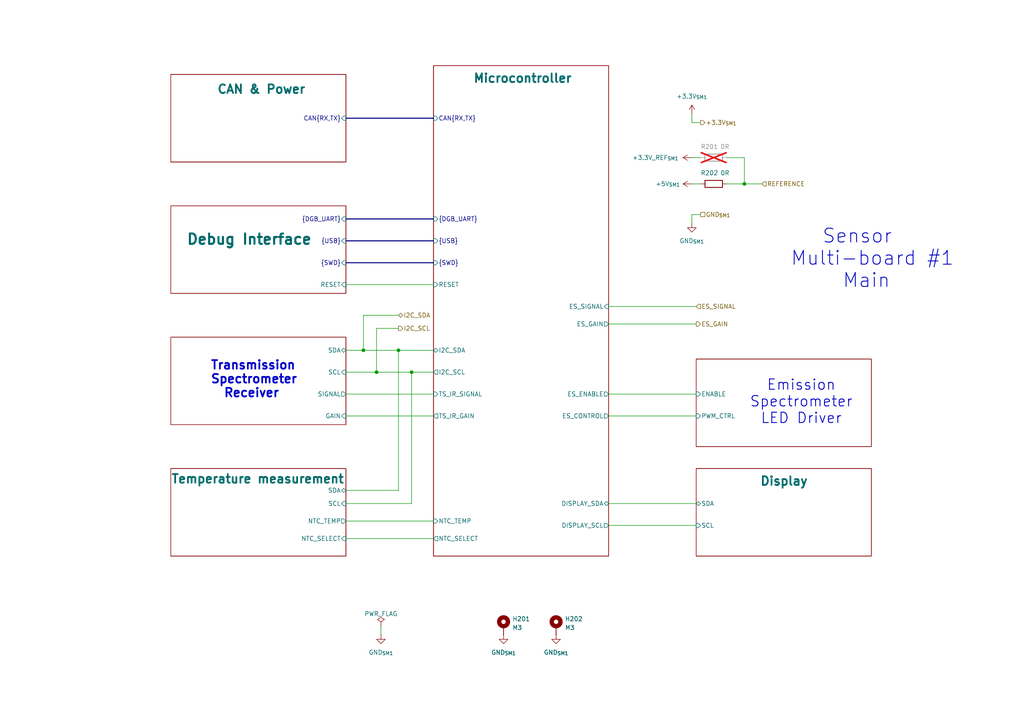
<source format=kicad_sch>
(kicad_sch (version 20231120) (generator "eeschema") (generator_version "8.0")
  (paper "A4")
  (title_block (title "Sensor multi-board") (date "2024-06-17") (rev "${VERSION}") (company "TrendBit s.r.o.") (comment 1 "Designed by: Petr Malaník"))
  (lib_symbols
    (symbol "Device:R" (pin_numbers hide) (pin_names (offset 0))
      (property "Reference" "R" (at 2.032 0 90))
      (property "Value" "R" (at 0 0 90))
      (symbol "R_0_1"
        (rectangle (start -1.016 -2.54) (end 1.016 2.54) (stroke (width 0.254)))
      )
      (symbol "R_1_1"
        (pin passive line (at 0 3.81 270) (length 1.27) (name "~") (number "1"))
        (pin passive line (at 0 -3.81 90) (length 1.27) (name "~") (number "2"))
      )
    )
    (symbol "Mechanical:MountingHole_Pad" (pin_numbers hide) (pin_names (offset 1.016) hide)
      (property "Reference" "H" (at 0 6.35 0))
      (property "Value" "MountingHole_Pad" (at 0 4.445 0))
      (symbol "MountingHole_Pad_0_1"
        (circle (center 0 1.27) (radius 1.27) (stroke (width 1.27)))
      )
      (symbol "MountingHole_Pad_1_1"
        (pin input line (at 0 -2.54 90) (length 2.54) (name "1") (number "1"))
      )
    )
    (symbol "power:+3.3V" (power) (pin_numbers hide) (pin_names (offset 0) hide)
      (property "Value" "+3.3V" (at 0 3.556 0))
      (symbol "+3.3V_0_1"
        (polyline (pts (xy -0.762 1.27) (xy 0 2.54)))
        (polyline (pts (xy 0 0) (xy 0 2.54)))
        (polyline (pts (xy 0 2.54) (xy 0.762 1.27)))
      )
      (symbol "+3.3V_1_1"
        (pin power_in line (at 0 0 90) (length 0) (name "~") (number "1"))
      )
    )
    (symbol "power:+5V" (power) (pin_numbers hide) (pin_names (offset 0) hide)
      (property "Value" "+5V" (at 0 3.556 0))
      (symbol "+5V_0_1"
        (polyline (pts (xy -0.762 1.27) (xy 0 2.54)))
        (polyline (pts (xy 0 0) (xy 0 2.54)))
        (polyline (pts (xy 0 2.54) (xy 0.762 1.27)))
      )
      (symbol "+5V_1_1"
        (pin power_in line (at 0 0 90) (length 0) (name "~") (number "1"))
      )
    )
    (symbol "power:GND" (power) (pin_numbers hide) (pin_names (offset 0) hide)
      (property "Value" "GND" (at 0 -3.81 0))
      (symbol "GND_0_1"
        (polyline (pts (xy 0 0) (xy 0 -1.27) (xy 1.27 -1.27) (xy 0 -2.54) (xy -1.27 -1.27) (xy 0 -1.27)))
      )
      (symbol "GND_1_1"
        (pin power_in line (at 0 0 270) (length 0) (name "~") (number "1"))
      )
    )
    (symbol "power:PWR_FLAG" (power) (pin_numbers hide) (pin_names (offset 0) hide)
      (property "Value" "PWR_FLAG" (at 0 3.81 0))
      (symbol "PWR_FLAG_0_0"
        (pin power_out line (at 0 0 90) (length 0) (name "~") (number "1"))
      )
      (symbol "PWR_FLAG_0_1"
        (polyline (pts (xy 0 0) (xy 0 1.27) (xy -1.016 1.905) (xy 0 2.54) (xy 1.016 1.905) (xy 0 1.27)))
      )
    )
  )
  (bus_alias "CAN" (members "RX" "TX"))
  (bus_alias "DGB_UART" (members "RX" "TX"))
  (bus_alias "SWD" (members "SWDIO" "SWCLK"))
  (bus_alias "USB" (members "D+" "D-"))
  (junction (at 119.38 107.95))
  (junction (at 215.9 53.34))
  (junction (at 105.41 101.6))
  (junction (at 109.22 107.95))
  (junction (at 115.57 101.6))
  (wire (pts (xy 203.2 62.23) (xy 200.66 62.23)))
  (wire (pts (xy 200.66 33.02) (xy 200.66 35.56)))
  (wire (pts (xy 105.41 101.6) (xy 115.57 101.6)))
  (wire (pts (xy 100.33 151.13) (xy 125.73 151.13)))
  (wire (pts (xy 176.53 114.3) (xy 201.93 114.3)))
  (wire (pts (xy 109.22 107.95) (xy 119.38 107.95)))
  (wire (pts (xy 100.33 107.95) (xy 109.22 107.95)))
  (wire (pts (xy 119.38 107.95) (xy 119.38 146.05)))
  (wire (pts (xy 176.53 88.9) (xy 201.93 88.9)))
  (wire (pts (xy 215.9 53.34) (xy 220.98 53.34)))
  (wire (pts (xy 109.22 95.25) (xy 115.57 95.25)))
  (wire (pts (xy 105.41 91.44) (xy 115.57 91.44)))
  (wire (pts (xy 105.41 91.44) (xy 105.41 101.6)))
  (wire (pts (xy 100.33 114.3) (xy 125.73 114.3)))
  (wire (pts (xy 176.53 93.98) (xy 201.93 93.98)))
  (bus (pts (xy 100.33 63.5) (xy 125.73 63.5)))
  (bus (pts (xy 100.33 69.85) (xy 125.73 69.85)))
  (wire (pts (xy 100.33 142.24) (xy 115.57 142.24)))
  (wire (pts (xy 110.49 181.61) (xy 110.49 184.15)))
  (wire (pts (xy 176.53 146.05) (xy 201.93 146.05)))
  (bus (pts (xy 100.33 76.2) (xy 125.73 76.2)))
  (wire (pts (xy 100.33 156.21) (xy 125.73 156.21)))
  (wire (pts (xy 176.53 152.4) (xy 201.93 152.4)))
  (wire (pts (xy 100.33 82.55) (xy 125.73 82.55)))
  (wire (pts (xy 176.53 120.65) (xy 201.93 120.65)))
  (wire (pts (xy 203.2 53.34) (xy 200.66 53.34)))
  (wire (pts (xy 100.33 101.6) (xy 105.41 101.6)))
  (wire (pts (xy 109.22 95.25) (xy 109.22 107.95)))
  (wire (pts (xy 100.33 120.65) (xy 125.73 120.65)))
  (wire (pts (xy 203.2 35.56) (xy 200.66 35.56)))
  (wire (pts (xy 210.82 45.72) (xy 215.9 45.72)))
  (wire (pts (xy 203.2 45.72) (xy 200.66 45.72)))
  (wire (pts (xy 119.38 107.95) (xy 125.73 107.95)))
  (wire (pts (xy 215.9 45.72) (xy 215.9 53.34)))
  (wire (pts (xy 210.82 53.34) (xy 215.9 53.34)))
  (wire (pts (xy 115.57 101.6) (xy 125.73 101.6)))
  (wire (pts (xy 115.57 101.6) (xy 115.57 142.24)))
  (bus (pts (xy 100.33 34.29) (xy 125.73 34.29)))
  (wire (pts (xy 200.66 62.23) (xy 200.66 64.77)))
  (wire (pts (xy 100.33 146.05) (xy 119.38 146.05)))
  (text "   Sensor\nMulti-board #1\n	Main" (at 229.235 83.82 0) (effects (font (size 4 4) (thickness 0.254) (bold yes)) (justify left bottom)))
  (text "Transmission\nSpectrometer\n  Receiver" (at 60.96 115.57 0) (effects (font (size 2.5 2.5) (thickness 0.5) (bold yes)) (justify left bottom)))
  (text "Emission\nSpectrometer\nLED Driver" (at 232.41 123.19 0) (effects (font (size 3 3) (thickness 0.254) (bold yes)) (justify bottom)))
  (hierarchical_label "REFERENCE" (shape input) (at 220.98 53.34 0))
  (hierarchical_label "ES_GAIN" (shape output) (at 201.93 93.98 0))
  (hierarchical_label "I2C_SDA" (shape tri_state) (at 115.57 91.44 0))
  (hierarchical_label "+3.3V_{SM1}" (shape output) (at 203.2 35.56 0))
  (hierarchical_label "GND_{SM1}" (shape passive) (at 203.2 62.23 0))
  (hierarchical_label "ES_SIGNAL" (shape input) (at 201.93 88.9 0))
  (hierarchical_label "I2C_SCL" (shape output) (at 115.57 95.25 0))
  (symbol (lib_id "Mechanical:MountingHole_Pad") (at 161.29 181.61 0) (unit 1) (in_bom no)
    (property "Reference" "H202" (at 163.83 179.5053 0) (effects (justify left)))
    (property "Value" "M3" (at 163.83 182.0422 0) (effects (justify left)))
    (property "Footprint" "MountingHole:MountingHole_3.2mm_M3_Pad_Via" (effects (hide yes)))
  )
  (symbol (lib_id "power:+3.3V") (at 200.66 33.02 0) (unit 1)
    (property "Reference" "#PWR0204" (effects (hide yes)))
    (property "Value" "+3.3V_{SM1}" (at 200.66 27.94 0))
    (property "Description" "Power symbol creates a global label with name \"+3.3V\"" (effects (hide yes)))
  )
  (symbol (lib_id "power:+5V") (at 200.66 53.34 90) (unit 1)
    (property "Reference" "#PWR0206" (effects (hide yes)))
    (property "Value" "+5V_{SM1}" (at 193.675 53.34 90))
    (property "Description" "Power symbol creates a global label with name \"+5V\"" (effects (hide yes)))
  )
  (symbol (lib_id "Device:R") (at 207.01 45.72 270) (unit 1) (in_bom no) (dnp yes)
    (property "Reference" "R201" (at 203.2 42.545 90) (effects (justify left)))
    (property "Value" "0R" (at 208.915 42.545 90) (effects (justify left)))
    (property "Footprint" "Resistor_SMD:R_0603_1608Metric" (effects (hide yes)))
    (property "LCSC" "C21189" (effects (hide yes)))
  )
  (symbol (lib_id "power:PWR_FLAG") (at 110.49 181.61 0) (unit 1)
    (property "Reference" "#FLG0201" (effects (hide yes)))
    (property "Value" "PWR_FLAG" (at 110.49 178.0342 0))
    (property "Description" "Special symbol for telling ERC where power comes from" (effects (hide yes)))
  )
  (symbol (lib_id "power:GND") (at 161.29 184.15 0) (unit 1)
    (property "Reference" "#PWR0203" (effects (hide yes)))
    (property "Value" "GND_{SM1}" (at 161.29 189.23 0))
    (property "Description" "Power symbol creates a global label with name \"GND\" , ground" (effects (hide yes)))
  )
  (symbol (lib_id "power:+3.3V") (at 200.66 45.72 90) (unit 1)
    (property "Reference" "#PWR0205" (effects (hide yes)))
    (property "Value" "+3.3V_REF_{SM1}" (at 196.85 45.72 90) (effects (justify left)))
    (property "Description" "Power symbol creates a global label with name \"+3.3V\"" (effects (hide yes)))
  )
  (symbol (lib_id "power:GND") (at 110.49 184.15 0) (unit 1)
    (property "Reference" "#PWR0201" (effects (hide yes)))
    (property "Value" "GND_{SM1}" (at 110.49 189.23 0))
    (property "Description" "Power symbol creates a global label with name \"GND\" , ground" (effects (hide yes)))
  )
  (symbol (lib_id "power:GND") (at 200.66 64.77 0) (unit 1)
    (property "Reference" "#PWR0207" (effects (hide yes)))
    (property "Value" "GND_{SM1}" (at 200.66 69.85 0))
    (property "Description" "Power symbol creates a global label with name \"GND\" , ground" (effects (hide yes)))
  )
  (symbol (lib_id "power:GND") (at 146.05 184.15 0) (unit 1)
    (property "Reference" "#PWR0202" (effects (hide yes)))
    (property "Value" "GND_{SM1}" (at 146.05 189.23 0))
    (property "Description" "Power symbol creates a global label with name \"GND\" , ground" (effects (hide yes)))
  )
  (symbol (lib_id "Device:R") (at 207.01 53.34 270) (unit 1)
    (property "Reference" "R202" (at 203.2 50.165 90) (effects (justify left)))
    (property "Value" "0R" (at 208.915 50.165 90) (effects (justify left)))
    (property "Footprint" "Resistor_SMD:R_0603_1608Metric" (effects (hide yes)))
    (property "LCSC" "C21189" (effects (hide yes)))
  )
  (symbol (lib_id "Mechanical:MountingHole_Pad") (at 146.05 181.61 0) (unit 1) (in_bom no)
    (property "Reference" "H201" (at 148.59 179.5053 0) (effects (justify left)))
    (property "Value" "M3" (at 148.59 182.0422 0) (effects (justify left)))
    (property "Footprint" "MountingHole:MountingHole_3.2mm_M3_Pad_Via" (effects (hide yes)))
  )
  (sheet (at 49.53 59.69) (size 50.8 25.4) (stroke (width 0.1524))
    (property "Sheetname" "Debug Interface" (at 53.975 71.12 0) (effects (font (size 3 3) (bold yes)) (justify left bottom)))
    (property "Sheetfile" "debug.kicad_sch" (effects (hide yes)))
    (pin "{USB}" input (at 100.33 69.85 0))
    (pin "{SWD}" input (at 100.33 76.2 0))
    (pin "{DGB_UART}" input (at 100.33 63.5 0))
    (pin "RESET" input (at 100.33 82.55 0))
  )
  (sheet (at 49.53 97.79) (size 50.8 25.4) (stroke (width 0.1524))
    (property "Sheetname" "TS_Receiver" (effects (hide yes)))
    (property "Sheetfile" "TS_Receiver.kicad_sch" (effects (hide yes)))
    (pin "SCL" input (at 100.33 107.95 0))
    (pin "SDA" tri_state (at 100.33 101.6 0))
    (pin "SIGNAL" output (at 100.33 114.3 0))
    (pin "GAIN" input (at 100.33 120.65 0))
  )
  (sheet (at 201.93 104.14) (size 50.8 25.4) (stroke (width 0.1524))
    (property "Sheetname" "ES_LED_Driver" (effects (hide yes)))
    (property "Sheetfile" "ES_LED_Driver.kicad_sch" (effects (hide yes)))
    (pin "ENABLE" input (at 201.93 114.3 180))
    (pin "PWM_CTRL" input (at 201.93 120.65 180))
  )
  (sheet (at 201.93 135.89) (size 50.8 25.4) (stroke (width 0.1524))
    (property "Sheetname" "Display" (at 220.345 140.97 0) (effects (font (size 2.5 2.5) (bold yes)) (justify left bottom)))
    (property "Sheetfile" "Display.kicad_sch" (effects (hide yes)))
    (pin "SDA" tri_state (at 201.93 146.05 180))
    (pin "SCL" input (at 201.93 152.4 180))
  )
  (sheet (at 125.73 19.05) (size 50.8 142.24) (stroke (width 0.1524))
    (property "Sheetname" "Microcontroller" (at 137.16 24.13 0) (effects (font (size 2.5 2.5) (bold yes)) (justify left bottom)))
    (property "Sheetfile" "MCU.kicad_sch" (effects (hide yes)))
    (pin "ES_SIGNAL" input (at 176.53 88.9 0))
    (pin "ES_ENABLE" output (at 176.53 114.3 0))
    (pin "ES_CONTROL" output (at 176.53 120.65 0))
    (pin "DISPLAY_SDA" tri_state (at 176.53 146.05 0))
    (pin "DISPLAY_SCL" output (at 176.53 152.4 0))
    (pin "I2C_SDA" tri_state (at 125.73 101.6 180))
    (pin "I2C_SCL" output (at 125.73 107.95 180))
    (pin "RESET" input (at 125.73 82.55 180))
    (pin "{SWD}" input (at 125.73 76.2 180))
    (pin "{USB}" input (at 125.73 69.85 180))
    (pin "{DGB_UART}" input (at 125.73 63.5 180))
    (pin "CAN{RX,TX}" input (at 125.73 34.29 180))
    (pin "TS_IR_SIGNAL" input (at 125.73 114.3 180))
    (pin "ES_GAIN" output (at 176.53 93.98 0))
    (pin "NTC_TEMP" input (at 125.73 151.13 180))
    (pin "NTC_SELECT" output (at 125.73 156.21 180))
    (pin "TS_IR_GAIN" output (at 125.73 120.65 180))
  )
  (sheet (at 49.53 21.59) (size 50.8 25.4) (stroke (width 0.1524))
    (property "Sheetname" "CAN & Power" (at 62.865 27.305 0) (effects (font (size 2.5 2.5) (bold yes)) (justify left bottom)))
    (property "Sheetfile" "Power_supply.kicad_sch" (effects (hide yes)))
    (pin "CAN{RX,TX}" input (at 100.33 34.29 0))
  )
  (sheet (at 49.53 135.89) (size 50.8 25.4) (stroke (width 0.1524))
    (property "Sheetname" "Temperature measurement" (at 49.53 140.335 0) (effects (font (size 2.5 2.5) (bold yes)) (justify left bottom)))
    (property "Sheetfile" "Temperature_measurement.kicad_sch" (effects (hide yes)))
    (pin "SDA" tri_state (at 100.33 142.24 0))
    (pin "SCL" input (at 100.33 146.05 0))
    (pin "NTC_SELECT" input (at 100.33 156.21 0))
    (pin "NTC_TEMP" output (at 100.33 151.13 0))
  )
)
</source>
